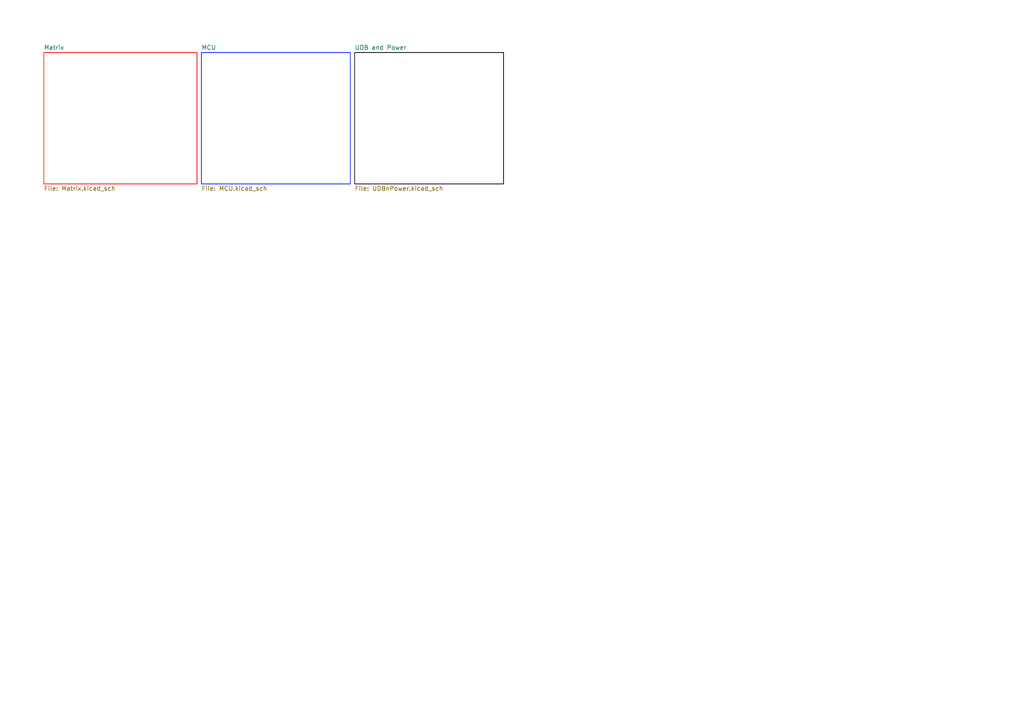
<source format=kicad_sch>
(kicad_sch (version 20230121) (generator eeschema)
  (paper "A4")
  (lib_symbols)
  (sheet (at 12.7 15.24) (size 44.45 38.1) (stroke (width 0.1524) (color 255 0 2 1))
    (property "Sheetname" "Matrix" (at 12.7 14.5284 0) (effects (justify left bottom)))
    (property "Sheetfile" "Matrix.kicad_sch" (at 12.7 53.9246 0) (effects (justify left top)))
  )
  (sheet (at 102.87 15.24) (size 43.18 38.1) (stroke (width 0.1524) (color 0 0 0 1))
    (property "Sheetname" "UDB and Power" (at 102.87 14.5284 0) (effects (justify left bottom)))
    (property "Sheetfile" "UDBnPower.kicad_sch" (at 102.87 53.9246 0) (effects (justify left top)))
  )
  (sheet (at 58.42 15.24) (size 43.18 38.1) (stroke (width 0.1524) (color 0 18 255 1))
    (property "Sheetname" "MCU" (at 58.42 14.5284 0) (effects (justify left bottom)))
    (property "Sheetfile" "MCU.kicad_sch" (at 58.42 53.9246 0) (effects (justify left top)))
  )
)
</source>
